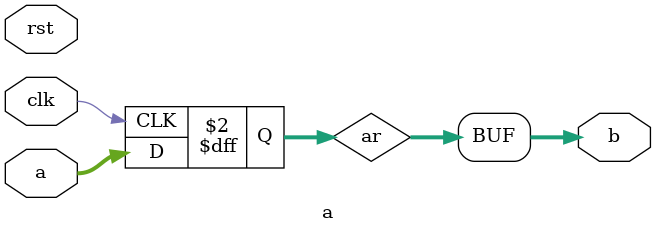
<source format=v>
module a(
    input clk,
    input rst,
    input [3:0] a,
    output [3:0] b);

    reg [3:0] ar;
    always @(posedge clk) begin
        ar <= a;
    end

    assign b = ar;
endmodule
</source>
